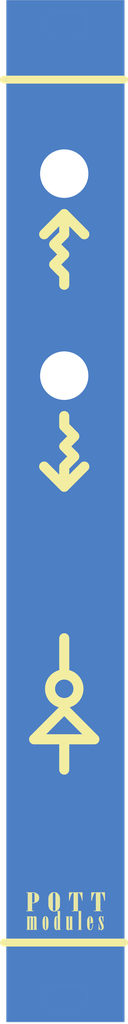
<source format=kicad_pcb>
(kicad_pcb (version 20211014) (generator pcbnew)
  (layers (0 "F.Cu" signal) (31 "B.Cu" signal) (34 "B.Paste" user) (35 "F.Paste" user) (36 "B.SilkS" user "B.Silkscreen") (37 "F.SilkS" user "F.Silkscreen") (38 "B.Mask" user) (39 "F.Mask" user) (44 "Edge.Cuts" user))
  (net 0 "")
  (footprint "not_panel:CV_ARROW" (layer "F.Cu") (at 148.3511 67.6536 180)
    (fp_text reference "E$3" hide)
    (fp_text value "" hide)
  )
  (footprint "not_panel:CV_ARROW" (layer "F.Cu") (at 148.3511 101.9436)
    (fp_text reference "E$4" hide)
    (fp_text value "" hide)
  )
  (footprint "not_panel:PANEL_3HP" (layer "F.Cu") (at 155.9711 169.2536 90)
    (fp_text reference "U$1" hide)
    (fp_text value "" hide)
    (fp_text user "CUT OUT" (at 125.49 -7.54 180) (layer "Edge.Cuts") (effects (font (size 0.70104 0.70104) (thickness 0.06096))))
    (fp_text user "CUT OUT" (at 2.99 -7.54 180) (layer "Edge.Cuts") (effects (font (size 0.70104 0.70104) (thickness 0.06096))))
    (fp_poly (pts (xy 128.5127 0.0127) (xy -0.0127 0.0127) (xy -0.0127 -14.9527) (xy 128.5127 -14.9527)) (layer "B.Cu") (width 0) (fill solid))
    (fp_line (start 4.59 -6.27) (end 4.59 -8.81) (layer "Edge.Cuts") (width 0.00254))
    (fp_line (start 128.5 0) (end 128.5 -14.94) (layer "Edge.Cuts") (width 0.0254))
    (fp_line (start 128.5 -14.94) (end 0 -14.94) (layer "Edge.Cuts") (width 0.0254))
    (fp_line (start 0 0) (end 128.5 0) (layer "Edge.Cuts") (width 0.0254))
    (fp_line (start 1.39 -6.27) (end 1.39 -8.81) (layer "Edge.Cuts") (width 0.00254))
    (fp_line (start 0 -14.94) (end 0 0) (layer "Edge.Cuts") (width 0.0254))
    (fp_line (start 123.89 -6.27) (end 123.89 -8.81) (layer "Edge.Cuts") (width 0.00254))
    (fp_line (start 127.09 -6.27) (end 127.09 -8.81) (layer "Edge.Cuts") (width 0.00254))
    (fp_arc (start 123.89 -8.81) (mid 125.49 -10.41) (end 127.09 -8.81) (layer "Edge.Cuts") (width 0.00254))
    (fp_arc (start 127.09 -6.27) (mid 125.49 -4.67) (end 123.89 -6.27) (layer "Edge.Cuts") (width 0.00254))
    (fp_arc (start 1.39 -8.81) (mid 2.99 -10.41) (end 4.59 -8.81) (layer "Edge.Cuts") (width 0.00254))
    (fp_arc (start 4.59 -6.27) (mid 2.99 -4.67) (end 1.39 -6.27) (layer "Edge.Cuts") (width 0.00254))
  )
  (footprint "not_panel:PANEL_THONK_SOCKET" (layer "F.Cu") (at 148.3511 62.5736)
    (fp_text reference "E$1" hide)
    (fp_text value "" hide)
    (pad "P$1" thru_hole circle (at 0 0) (size 7.116 7.116) (drill 6.1) (layers *.Cu *.Mask))
  )
  (footprint "not_panel:PANEL_THONK_SOCKET" (layer "F.Cu") (at 148.3511 87.9736)
    (fp_text reference "E$2" hide)
    (fp_text value "" hide)
    (pad "P$1" thru_hole circle (at 0 0) (size 7.116 7.116) (drill 6.1) (layers *.Cu *.Mask))
  )
  (footprint "not_panel:NOTGATESYM" (layer "F.Cu") (at 148.3511 137.5036)
    (fp_text reference "E$5" hide)
    (fp_text value "" hide)
  )
  (footprint "not_panel:LOGO" (layer "F.Cu") (at 143.2711 157.8236)
    (fp_text reference "E$6" hide)
    (fp_text value "" hide)
  )
  (gr_line (start 140.7311 159.2536) (end 155.9311 159.2536) (layer "F.SilkS") (width 1))
  (gr_line (start 140.7311 50.7536) (end 155.9311 50.7536) (layer "F.SilkS") (width 1))
)
</source>
